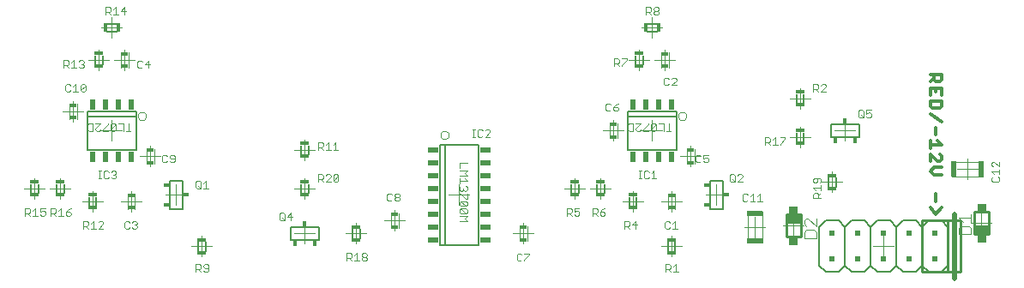
<source format=gto>
G75*
%MOIN*%
%OFA0B0*%
%FSLAX25Y25*%
%IPPOS*%
%LPD*%
%AMOC8*
5,1,8,0,0,1.08239X$1,22.5*
%
%ADD10C,0.01400*%
%ADD11C,0.00400*%
%ADD12C,0.01000*%
%ADD13C,0.02000*%
%ADD14R,0.03150X0.01378*%
%ADD15C,0.00300*%
%ADD16C,0.00000*%
%ADD17R,0.06299X0.01969*%
%ADD18R,0.01969X0.06299*%
%ADD19C,0.00800*%
%ADD20R,0.01929X0.04331*%
%ADD21R,0.04331X0.01930*%
%ADD22C,0.00600*%
%ADD23R,0.02000X0.02000*%
%ADD24C,0.00500*%
%ADD25R,0.02300X0.01800*%
%ADD26R,0.01800X0.02300*%
%ADD27R,0.03400X0.01600*%
%ADD28R,0.01600X0.03400*%
%ADD29R,0.03346X0.02953*%
%ADD30R,0.05315X0.03543*%
D10*
X0366302Y0052055D02*
X0364200Y0054858D01*
X0366302Y0057212D02*
X0366302Y0060014D01*
X0368404Y0054858D02*
X0366302Y0052055D01*
X0365601Y0067525D02*
X0368404Y0067525D01*
X0365601Y0067525D02*
X0364200Y0068926D01*
X0365601Y0070327D01*
X0368404Y0070327D01*
X0367703Y0072681D02*
X0368404Y0073382D01*
X0368404Y0074783D01*
X0367703Y0075483D01*
X0367002Y0072681D02*
X0364200Y0075483D01*
X0364200Y0072681D01*
X0367002Y0072681D02*
X0367703Y0072681D01*
X0364200Y0077837D02*
X0364200Y0080640D01*
X0364200Y0079239D02*
X0368404Y0079239D01*
X0367002Y0080640D01*
X0366302Y0082994D02*
X0366302Y0085796D01*
X0368404Y0088150D02*
X0364200Y0090953D01*
X0364901Y0093307D02*
X0367703Y0093307D01*
X0368404Y0094007D01*
X0368404Y0096109D01*
X0364200Y0096109D01*
X0364200Y0094007D01*
X0364901Y0093307D01*
X0364200Y0098463D02*
X0364200Y0101265D01*
X0368404Y0101265D01*
X0368404Y0098463D01*
X0366302Y0099864D02*
X0366302Y0101265D01*
X0366302Y0103619D02*
X0365601Y0104320D01*
X0365601Y0106422D01*
X0364200Y0106422D02*
X0368404Y0106422D01*
X0368404Y0104320D01*
X0367703Y0103619D01*
X0366302Y0103619D01*
X0365601Y0105021D02*
X0364200Y0103619D01*
D11*
X0372496Y0072574D02*
X0384504Y0072574D01*
X0384504Y0066669D02*
X0372496Y0066669D01*
X0379863Y0052164D02*
X0379863Y0049095D01*
X0379863Y0050630D02*
X0375259Y0050630D01*
X0376794Y0049095D01*
X0376026Y0047560D02*
X0375259Y0046793D01*
X0375259Y0044491D01*
X0379863Y0044491D01*
X0379863Y0046793D01*
X0379096Y0047560D01*
X0376026Y0047560D01*
X0319737Y0047549D02*
X0316668Y0050618D01*
X0315900Y0050618D01*
X0315133Y0049850D01*
X0315133Y0048316D01*
X0315900Y0047549D01*
X0319737Y0047549D02*
X0319737Y0050618D01*
X0318970Y0046014D02*
X0315900Y0046014D01*
X0315133Y0045247D01*
X0315133Y0042945D01*
X0319737Y0042945D01*
X0319737Y0045247D01*
X0318970Y0046014D01*
X0298953Y0041118D02*
X0298953Y0053126D01*
X0293047Y0053126D02*
X0293047Y0041118D01*
X0264878Y0054267D02*
X0264878Y0059976D01*
X0262122Y0059976D02*
X0262122Y0054267D01*
X0269622Y0071767D02*
X0269622Y0077476D01*
X0272378Y0077476D02*
X0272378Y0071767D01*
X0242378Y0081767D02*
X0242378Y0087476D01*
X0239622Y0087476D02*
X0239622Y0081767D01*
X0266200Y0089620D02*
X0266200Y0091154D01*
X0266967Y0091922D01*
X0268502Y0091922D01*
X0269269Y0091154D01*
X0269269Y0089620D01*
X0268502Y0088852D01*
X0266967Y0088852D01*
X0266200Y0089620D01*
X0262378Y0109267D02*
X0262378Y0114976D01*
X0259622Y0114976D02*
X0259622Y0109267D01*
X0176769Y0083654D02*
X0176769Y0082120D01*
X0176002Y0081352D01*
X0174467Y0081352D01*
X0173700Y0082120D01*
X0173700Y0083654D01*
X0174467Y0084422D01*
X0176002Y0084422D01*
X0176769Y0083654D01*
X0157378Y0052476D02*
X0157378Y0046767D01*
X0154622Y0046767D02*
X0154622Y0052476D01*
X0204622Y0047476D02*
X0204622Y0041767D01*
X0207378Y0041767D02*
X0207378Y0047476D01*
X0062378Y0071767D02*
X0062378Y0077476D01*
X0059622Y0077476D02*
X0059622Y0071767D01*
X0054878Y0059976D02*
X0054878Y0054267D01*
X0052122Y0054267D02*
X0052122Y0059976D01*
X0056967Y0088852D02*
X0058502Y0088852D01*
X0059269Y0089620D01*
X0059269Y0091154D01*
X0058502Y0091922D01*
X0056967Y0091922D01*
X0056200Y0091154D01*
X0056200Y0089620D01*
X0056967Y0088852D01*
X0032378Y0089267D02*
X0032378Y0094976D01*
X0029622Y0094976D02*
X0029622Y0089267D01*
X0049622Y0109267D02*
X0049622Y0114976D01*
X0052378Y0114976D02*
X0052378Y0109267D01*
D12*
X0308244Y0051952D02*
X0308244Y0043291D01*
X0313756Y0043291D01*
X0313756Y0051952D01*
X0308244Y0051952D01*
X0361000Y0049622D02*
X0361000Y0029622D01*
X0371000Y0029622D01*
X0376000Y0029622D01*
X0376000Y0049622D01*
X0371000Y0049622D01*
X0361000Y0049622D01*
X0371000Y0049622D02*
X0371000Y0029622D01*
X0381244Y0044291D02*
X0386756Y0044291D01*
X0386756Y0052952D01*
X0381244Y0052952D01*
X0381244Y0044291D01*
D13*
X0373500Y0052122D02*
X0373500Y0027122D01*
D14*
X0263500Y0054661D03*
X0263500Y0059582D03*
X0271000Y0072161D03*
X0271000Y0077082D03*
X0241000Y0082161D03*
X0241000Y0087082D03*
X0261000Y0109661D03*
X0261000Y0114582D03*
X0156000Y0052082D03*
X0156000Y0047161D03*
X0206000Y0047082D03*
X0206000Y0042161D03*
X0061000Y0072161D03*
X0061000Y0077082D03*
X0031000Y0089661D03*
X0031000Y0094582D03*
X0051000Y0109661D03*
X0051000Y0114582D03*
X0053500Y0059582D03*
X0053500Y0054661D03*
D15*
X0078650Y0032674D02*
X0078650Y0029772D01*
X0078650Y0030739D02*
X0080101Y0030739D01*
X0080585Y0031223D01*
X0080585Y0032190D01*
X0080101Y0032674D01*
X0078650Y0032674D01*
X0079617Y0030739D02*
X0080585Y0029772D01*
X0081597Y0030255D02*
X0082080Y0029772D01*
X0083048Y0029772D01*
X0083531Y0030255D01*
X0083531Y0032190D01*
X0083048Y0032674D01*
X0082080Y0032674D01*
X0081597Y0032190D01*
X0081597Y0031707D01*
X0082080Y0031223D01*
X0083531Y0031223D01*
X0055788Y0046996D02*
X0055304Y0046513D01*
X0054337Y0046513D01*
X0053853Y0046996D01*
X0052842Y0046996D02*
X0052358Y0046513D01*
X0051390Y0046513D01*
X0050907Y0046996D01*
X0050907Y0048931D01*
X0051390Y0049415D01*
X0052358Y0049415D01*
X0052842Y0048931D01*
X0053853Y0048931D02*
X0054337Y0049415D01*
X0055304Y0049415D01*
X0055788Y0048931D01*
X0055788Y0048448D01*
X0055304Y0047964D01*
X0055788Y0047480D01*
X0055788Y0046996D01*
X0055304Y0047964D02*
X0054821Y0047964D01*
X0042638Y0048507D02*
X0040703Y0046572D01*
X0042638Y0046572D01*
X0042638Y0048507D02*
X0042638Y0048990D01*
X0042155Y0049474D01*
X0041187Y0049474D01*
X0040703Y0048990D01*
X0038724Y0049474D02*
X0037757Y0048507D01*
X0036745Y0048990D02*
X0036745Y0048023D01*
X0036262Y0047539D01*
X0034810Y0047539D01*
X0034810Y0046572D02*
X0034810Y0049474D01*
X0036262Y0049474D01*
X0036745Y0048990D01*
X0035778Y0047539D02*
X0036745Y0046572D01*
X0037757Y0046572D02*
X0039692Y0046572D01*
X0038724Y0046572D02*
X0038724Y0049474D01*
X0030138Y0052055D02*
X0030138Y0052539D01*
X0029655Y0053023D01*
X0028203Y0053023D01*
X0028203Y0052055D01*
X0028687Y0051572D01*
X0029655Y0051572D01*
X0030138Y0052055D01*
X0029171Y0053990D02*
X0028203Y0053023D01*
X0029171Y0053990D02*
X0030138Y0054474D01*
X0026224Y0054474D02*
X0026224Y0051572D01*
X0025257Y0051572D02*
X0027192Y0051572D01*
X0024245Y0051572D02*
X0023278Y0052539D01*
X0023762Y0052539D02*
X0022310Y0052539D01*
X0022310Y0051572D02*
X0022310Y0054474D01*
X0023762Y0054474D01*
X0024245Y0053990D01*
X0024245Y0053023D01*
X0023762Y0052539D01*
X0025257Y0053507D02*
X0026224Y0054474D01*
X0020138Y0054474D02*
X0018203Y0054474D01*
X0018203Y0053023D01*
X0019171Y0053507D01*
X0019655Y0053507D01*
X0020138Y0053023D01*
X0020138Y0052055D01*
X0019655Y0051572D01*
X0018687Y0051572D01*
X0018203Y0052055D01*
X0017192Y0051572D02*
X0015257Y0051572D01*
X0016224Y0051572D02*
X0016224Y0054474D01*
X0015257Y0053507D01*
X0014245Y0053990D02*
X0014245Y0053023D01*
X0013762Y0052539D01*
X0012310Y0052539D01*
X0012310Y0051572D02*
X0012310Y0054474D01*
X0013762Y0054474D01*
X0014245Y0053990D01*
X0013278Y0052539D02*
X0014245Y0051572D01*
X0040793Y0066072D02*
X0041760Y0066072D01*
X0041276Y0066072D02*
X0041276Y0068974D01*
X0040793Y0068974D02*
X0041760Y0068974D01*
X0042757Y0068490D02*
X0042757Y0066555D01*
X0043241Y0066072D01*
X0044208Y0066072D01*
X0044692Y0066555D01*
X0045703Y0066555D02*
X0046187Y0066072D01*
X0047155Y0066072D01*
X0047638Y0066555D01*
X0047638Y0067039D01*
X0047155Y0067523D01*
X0046671Y0067523D01*
X0047155Y0067523D02*
X0047638Y0068007D01*
X0047638Y0068490D01*
X0047155Y0068974D01*
X0046187Y0068974D01*
X0045703Y0068490D01*
X0044692Y0068490D02*
X0044208Y0068974D01*
X0043241Y0068974D01*
X0042757Y0068490D01*
X0065500Y0072815D02*
X0065984Y0072331D01*
X0066952Y0072331D01*
X0067435Y0072815D01*
X0068447Y0072815D02*
X0068931Y0072331D01*
X0069898Y0072331D01*
X0070382Y0072815D01*
X0070382Y0074750D01*
X0069898Y0075233D01*
X0068931Y0075233D01*
X0068447Y0074750D01*
X0068447Y0074266D01*
X0068931Y0073782D01*
X0070382Y0073782D01*
X0067435Y0074750D02*
X0066952Y0075233D01*
X0065984Y0075233D01*
X0065500Y0074750D01*
X0065500Y0072815D01*
X0078650Y0064690D02*
X0079134Y0065174D01*
X0080101Y0065174D01*
X0080585Y0064690D01*
X0080585Y0062755D01*
X0080101Y0062272D01*
X0079134Y0062272D01*
X0078650Y0062755D01*
X0078650Y0064690D01*
X0079617Y0063239D02*
X0080585Y0062272D01*
X0081597Y0062272D02*
X0083531Y0062272D01*
X0082564Y0062272D02*
X0082564Y0065174D01*
X0081597Y0064207D01*
X0111150Y0052190D02*
X0111634Y0052674D01*
X0112601Y0052674D01*
X0113085Y0052190D01*
X0113085Y0050255D01*
X0112601Y0049772D01*
X0111634Y0049772D01*
X0111150Y0050255D01*
X0111150Y0052190D01*
X0112117Y0050739D02*
X0113085Y0049772D01*
X0114097Y0051223D02*
X0116031Y0051223D01*
X0115548Y0049772D02*
X0115548Y0052674D01*
X0114097Y0051223D01*
X0126150Y0064772D02*
X0126150Y0067674D01*
X0127601Y0067674D01*
X0128085Y0067190D01*
X0128085Y0066223D01*
X0127601Y0065739D01*
X0126150Y0065739D01*
X0127117Y0065739D02*
X0128085Y0064772D01*
X0129097Y0064772D02*
X0131031Y0066707D01*
X0131031Y0067190D01*
X0130548Y0067674D01*
X0129580Y0067674D01*
X0129097Y0067190D01*
X0129097Y0064772D02*
X0131031Y0064772D01*
X0132043Y0065255D02*
X0133978Y0067190D01*
X0133978Y0065255D01*
X0133494Y0064772D01*
X0132527Y0064772D01*
X0132043Y0065255D01*
X0132043Y0067190D01*
X0132527Y0067674D01*
X0133494Y0067674D01*
X0133978Y0067190D01*
X0153000Y0059750D02*
X0153000Y0057815D01*
X0153484Y0057331D01*
X0154452Y0057331D01*
X0154935Y0057815D01*
X0155947Y0057815D02*
X0156431Y0057331D01*
X0157398Y0057331D01*
X0157882Y0057815D01*
X0157882Y0058298D01*
X0157398Y0058782D01*
X0156431Y0058782D01*
X0155947Y0059266D01*
X0155947Y0059750D01*
X0156431Y0060233D01*
X0157398Y0060233D01*
X0157882Y0059750D01*
X0157882Y0059266D01*
X0157398Y0058782D01*
X0156431Y0058782D02*
X0155947Y0058298D01*
X0155947Y0057815D01*
X0154935Y0059750D02*
X0154452Y0060233D01*
X0153484Y0060233D01*
X0153000Y0059750D01*
X0181150Y0060186D02*
X0181634Y0060186D01*
X0183569Y0058251D01*
X0184052Y0058251D01*
X0184052Y0060186D01*
X0183569Y0061197D02*
X0183085Y0061197D01*
X0182601Y0061681D01*
X0182117Y0061197D01*
X0181634Y0061197D01*
X0181150Y0061681D01*
X0181150Y0062648D01*
X0181634Y0063132D01*
X0181150Y0064144D02*
X0181150Y0066079D01*
X0181150Y0065111D02*
X0184052Y0065111D01*
X0183085Y0066079D01*
X0184052Y0067090D02*
X0181150Y0067090D01*
X0181150Y0069025D02*
X0184052Y0069025D01*
X0183085Y0068058D01*
X0184052Y0067090D01*
X0181150Y0070037D02*
X0181150Y0071972D01*
X0184052Y0071972D01*
X0183569Y0063132D02*
X0184052Y0062648D01*
X0184052Y0061681D01*
X0183569Y0061197D01*
X0182601Y0061681D02*
X0182601Y0062165D01*
X0181634Y0057239D02*
X0183569Y0055304D01*
X0181634Y0055304D01*
X0181150Y0055788D01*
X0181150Y0056755D01*
X0181634Y0057239D01*
X0183569Y0057239D01*
X0184052Y0056755D01*
X0184052Y0055788D01*
X0183569Y0055304D01*
X0183569Y0054293D02*
X0181634Y0054293D01*
X0183569Y0052358D01*
X0181634Y0052358D01*
X0181150Y0052841D01*
X0181150Y0053809D01*
X0181634Y0054293D01*
X0183569Y0054293D02*
X0184052Y0053809D01*
X0184052Y0052841D01*
X0183569Y0052358D01*
X0184052Y0051346D02*
X0181150Y0051346D01*
X0181150Y0049411D02*
X0184052Y0049411D01*
X0183085Y0050379D01*
X0184052Y0051346D01*
X0203407Y0036431D02*
X0203407Y0034496D01*
X0203890Y0034013D01*
X0204858Y0034013D01*
X0205342Y0034496D01*
X0206353Y0034496D02*
X0206353Y0034013D01*
X0206353Y0034496D02*
X0208288Y0036431D01*
X0208288Y0036915D01*
X0206353Y0036915D01*
X0205342Y0036431D02*
X0204858Y0036915D01*
X0203890Y0036915D01*
X0203407Y0036431D01*
X0222757Y0051572D02*
X0222757Y0054474D01*
X0224208Y0054474D01*
X0224692Y0053990D01*
X0224692Y0053023D01*
X0224208Y0052539D01*
X0222757Y0052539D01*
X0223724Y0052539D02*
X0224692Y0051572D01*
X0225703Y0052055D02*
X0226187Y0051572D01*
X0227155Y0051572D01*
X0227638Y0052055D01*
X0227638Y0053023D01*
X0227155Y0053507D01*
X0226671Y0053507D01*
X0225703Y0053023D01*
X0225703Y0054474D01*
X0227638Y0054474D01*
X0232757Y0054474D02*
X0234208Y0054474D01*
X0234692Y0053990D01*
X0234692Y0053023D01*
X0234208Y0052539D01*
X0232757Y0052539D01*
X0232757Y0051572D02*
X0232757Y0054474D01*
X0233724Y0052539D02*
X0234692Y0051572D01*
X0235703Y0052055D02*
X0236187Y0051572D01*
X0237155Y0051572D01*
X0237638Y0052055D01*
X0237638Y0052539D01*
X0237155Y0053023D01*
X0235703Y0053023D01*
X0235703Y0052055D01*
X0235703Y0053023D02*
X0236671Y0053990D01*
X0237638Y0054474D01*
X0245257Y0049474D02*
X0246708Y0049474D01*
X0247192Y0048990D01*
X0247192Y0048023D01*
X0246708Y0047539D01*
X0245257Y0047539D01*
X0245257Y0046572D02*
X0245257Y0049474D01*
X0246224Y0047539D02*
X0247192Y0046572D01*
X0248203Y0048023D02*
X0250138Y0048023D01*
X0249655Y0049474D02*
X0248203Y0048023D01*
X0249655Y0046572D02*
X0249655Y0049474D01*
X0260907Y0048931D02*
X0260907Y0046996D01*
X0261390Y0046513D01*
X0262358Y0046513D01*
X0262842Y0046996D01*
X0263853Y0046513D02*
X0265788Y0046513D01*
X0264821Y0046513D02*
X0264821Y0049415D01*
X0263853Y0048448D01*
X0262842Y0048931D02*
X0262358Y0049415D01*
X0261390Y0049415D01*
X0260907Y0048931D01*
X0291110Y0057725D02*
X0291110Y0059660D01*
X0291593Y0060144D01*
X0292561Y0060144D01*
X0293045Y0059660D01*
X0294056Y0059176D02*
X0295024Y0060144D01*
X0295024Y0057241D01*
X0295991Y0057241D02*
X0294056Y0057241D01*
X0293045Y0057725D02*
X0292561Y0057241D01*
X0291593Y0057241D01*
X0291110Y0057725D01*
X0297003Y0057241D02*
X0298938Y0057241D01*
X0297970Y0057241D02*
X0297970Y0060144D01*
X0297003Y0059176D01*
X0291031Y0064772D02*
X0289097Y0064772D01*
X0291031Y0066707D01*
X0291031Y0067190D01*
X0290548Y0067674D01*
X0289580Y0067674D01*
X0289097Y0067190D01*
X0288085Y0067190D02*
X0288085Y0065255D01*
X0287601Y0064772D01*
X0286634Y0064772D01*
X0286150Y0065255D01*
X0286150Y0067190D01*
X0286634Y0067674D01*
X0287601Y0067674D01*
X0288085Y0067190D01*
X0287117Y0065739D02*
X0288085Y0064772D01*
X0277882Y0072815D02*
X0277398Y0072331D01*
X0276431Y0072331D01*
X0275947Y0072815D01*
X0275947Y0073782D02*
X0276914Y0074266D01*
X0277398Y0074266D01*
X0277882Y0073782D01*
X0277882Y0072815D01*
X0275947Y0073782D02*
X0275947Y0075233D01*
X0277882Y0075233D01*
X0274935Y0074750D02*
X0274452Y0075233D01*
X0273484Y0075233D01*
X0273000Y0074750D01*
X0273000Y0072815D01*
X0273484Y0072331D01*
X0274452Y0072331D01*
X0274935Y0072815D01*
X0257638Y0066072D02*
X0255703Y0066072D01*
X0256671Y0066072D02*
X0256671Y0068974D01*
X0255703Y0068007D01*
X0254692Y0068490D02*
X0254208Y0068974D01*
X0253241Y0068974D01*
X0252757Y0068490D01*
X0252757Y0066555D01*
X0253241Y0066072D01*
X0254208Y0066072D01*
X0254692Y0066555D01*
X0251760Y0066072D02*
X0250793Y0066072D01*
X0251276Y0066072D02*
X0251276Y0068974D01*
X0250793Y0068974D02*
X0251760Y0068974D01*
X0251080Y0084569D02*
X0250113Y0084569D01*
X0249629Y0085053D01*
X0249629Y0085537D01*
X0251564Y0087472D01*
X0249629Y0087472D01*
X0248617Y0087472D02*
X0247166Y0087472D01*
X0246682Y0086988D01*
X0246682Y0085053D01*
X0247166Y0084569D01*
X0248617Y0084569D01*
X0248617Y0087472D01*
X0251080Y0084569D02*
X0251564Y0085053D01*
X0252575Y0085053D02*
X0254510Y0086988D01*
X0254510Y0087472D01*
X0255522Y0086988D02*
X0256006Y0087472D01*
X0256973Y0087472D01*
X0257457Y0086988D01*
X0255522Y0085053D01*
X0255522Y0086988D01*
X0257457Y0086988D02*
X0257457Y0085053D01*
X0256973Y0084569D01*
X0256006Y0084569D01*
X0255522Y0085053D01*
X0254510Y0084569D02*
X0252575Y0084569D01*
X0252575Y0085053D01*
X0258469Y0087472D02*
X0260403Y0087472D01*
X0260403Y0084569D01*
X0261415Y0084569D02*
X0263350Y0084569D01*
X0262383Y0084569D02*
X0262383Y0087472D01*
X0242882Y0092815D02*
X0242882Y0093298D01*
X0242398Y0093782D01*
X0240947Y0093782D01*
X0240947Y0092815D01*
X0241431Y0092331D01*
X0242398Y0092331D01*
X0242882Y0092815D01*
X0241914Y0094750D02*
X0240947Y0093782D01*
X0241914Y0094750D02*
X0242882Y0095233D01*
X0239935Y0094750D02*
X0239452Y0095233D01*
X0238484Y0095233D01*
X0238000Y0094750D01*
X0238000Y0092815D01*
X0238484Y0092331D01*
X0239452Y0092331D01*
X0239935Y0092815D01*
X0260500Y0102815D02*
X0260984Y0102331D01*
X0261952Y0102331D01*
X0262435Y0102815D01*
X0263447Y0102331D02*
X0265382Y0104266D01*
X0265382Y0104750D01*
X0264898Y0105233D01*
X0263931Y0105233D01*
X0263447Y0104750D01*
X0262435Y0104750D02*
X0261952Y0105233D01*
X0260984Y0105233D01*
X0260500Y0104750D01*
X0260500Y0102815D01*
X0263447Y0102331D02*
X0265382Y0102331D01*
X0246031Y0112190D02*
X0244097Y0110255D01*
X0244097Y0109772D01*
X0243085Y0109772D02*
X0242117Y0110739D01*
X0242601Y0110739D02*
X0241150Y0110739D01*
X0241150Y0109772D02*
X0241150Y0112674D01*
X0242601Y0112674D01*
X0243085Y0112190D01*
X0243085Y0111223D01*
X0242601Y0110739D01*
X0246031Y0112190D02*
X0246031Y0112674D01*
X0244097Y0112674D01*
X0253650Y0129772D02*
X0253650Y0132674D01*
X0255101Y0132674D01*
X0255585Y0132190D01*
X0255585Y0131223D01*
X0255101Y0130739D01*
X0253650Y0130739D01*
X0254617Y0130739D02*
X0255585Y0129772D01*
X0256597Y0130255D02*
X0256597Y0130739D01*
X0257080Y0131223D01*
X0258048Y0131223D01*
X0258531Y0130739D01*
X0258531Y0130255D01*
X0258048Y0129772D01*
X0257080Y0129772D01*
X0256597Y0130255D01*
X0257080Y0131223D02*
X0256597Y0131707D01*
X0256597Y0132190D01*
X0257080Y0132674D01*
X0258048Y0132674D01*
X0258531Y0132190D01*
X0258531Y0131707D01*
X0258048Y0131223D01*
X0318650Y0102674D02*
X0320101Y0102674D01*
X0320585Y0102190D01*
X0320585Y0101223D01*
X0320101Y0100739D01*
X0318650Y0100739D01*
X0318650Y0099772D02*
X0318650Y0102674D01*
X0321597Y0102190D02*
X0322080Y0102674D01*
X0323048Y0102674D01*
X0323531Y0102190D01*
X0323531Y0101707D01*
X0321597Y0099772D01*
X0323531Y0099772D01*
X0320585Y0099772D02*
X0319617Y0100739D01*
X0336150Y0092190D02*
X0336634Y0092674D01*
X0337601Y0092674D01*
X0338085Y0092190D01*
X0338085Y0090255D01*
X0337601Y0089772D01*
X0336634Y0089772D01*
X0336150Y0090255D01*
X0336150Y0092190D01*
X0337117Y0090739D02*
X0338085Y0089772D01*
X0339097Y0090255D02*
X0339580Y0089772D01*
X0340548Y0089772D01*
X0341031Y0090255D01*
X0341031Y0091223D01*
X0340548Y0091707D01*
X0340064Y0091707D01*
X0339097Y0091223D01*
X0339097Y0092674D01*
X0341031Y0092674D01*
X0307638Y0081974D02*
X0307638Y0081490D01*
X0305703Y0079555D01*
X0305703Y0079072D01*
X0304692Y0079072D02*
X0302757Y0079072D01*
X0303724Y0079072D02*
X0303724Y0081974D01*
X0302757Y0081007D01*
X0301745Y0081490D02*
X0301745Y0080523D01*
X0301262Y0080039D01*
X0299810Y0080039D01*
X0299810Y0079072D02*
X0299810Y0081974D01*
X0301262Y0081974D01*
X0301745Y0081490D01*
X0300778Y0080039D02*
X0301745Y0079072D01*
X0305703Y0081974D02*
X0307638Y0081974D01*
X0319131Y0066260D02*
X0318648Y0065776D01*
X0318648Y0064809D01*
X0319131Y0064325D01*
X0319615Y0064325D01*
X0320099Y0064809D01*
X0320099Y0066260D01*
X0321066Y0066260D02*
X0319131Y0066260D01*
X0321066Y0066260D02*
X0321550Y0065776D01*
X0321550Y0064809D01*
X0321066Y0064325D01*
X0321550Y0063314D02*
X0321550Y0061379D01*
X0321550Y0062346D02*
X0318648Y0062346D01*
X0319615Y0061379D01*
X0319131Y0060367D02*
X0320099Y0060367D01*
X0320583Y0059883D01*
X0320583Y0058432D01*
X0321550Y0058432D02*
X0318648Y0058432D01*
X0318648Y0059883D01*
X0319131Y0060367D01*
X0320583Y0059400D02*
X0321550Y0060367D01*
X0387978Y0065215D02*
X0388462Y0064731D01*
X0390397Y0064731D01*
X0390881Y0065215D01*
X0390881Y0066183D01*
X0390397Y0066666D01*
X0390881Y0067678D02*
X0390881Y0069613D01*
X0390881Y0068645D02*
X0387978Y0068645D01*
X0388946Y0067678D01*
X0388462Y0066666D02*
X0387978Y0066183D01*
X0387978Y0065215D01*
X0388462Y0070624D02*
X0387978Y0071108D01*
X0387978Y0072076D01*
X0388462Y0072559D01*
X0388946Y0072559D01*
X0390881Y0070624D01*
X0390881Y0072559D01*
X0266031Y0029772D02*
X0264097Y0029772D01*
X0265064Y0029772D02*
X0265064Y0032674D01*
X0264097Y0031707D01*
X0263085Y0032190D02*
X0263085Y0031223D01*
X0262601Y0030739D01*
X0261150Y0030739D01*
X0261150Y0029772D02*
X0261150Y0032674D01*
X0262601Y0032674D01*
X0263085Y0032190D01*
X0262117Y0030739D02*
X0263085Y0029772D01*
X0145138Y0034555D02*
X0144655Y0034072D01*
X0143687Y0034072D01*
X0143203Y0034555D01*
X0143203Y0035039D01*
X0143687Y0035523D01*
X0144655Y0035523D01*
X0145138Y0035039D01*
X0145138Y0034555D01*
X0144655Y0035523D02*
X0145138Y0036007D01*
X0145138Y0036490D01*
X0144655Y0036974D01*
X0143687Y0036974D01*
X0143203Y0036490D01*
X0143203Y0036007D01*
X0143687Y0035523D01*
X0142192Y0034072D02*
X0140257Y0034072D01*
X0141224Y0034072D02*
X0141224Y0036974D01*
X0140257Y0036007D01*
X0139245Y0036490D02*
X0139245Y0035523D01*
X0138762Y0035039D01*
X0137310Y0035039D01*
X0137310Y0034072D02*
X0137310Y0036974D01*
X0138762Y0036974D01*
X0139245Y0036490D01*
X0138278Y0035039D02*
X0139245Y0034072D01*
X0133978Y0077272D02*
X0132043Y0077272D01*
X0133011Y0077272D02*
X0133011Y0080174D01*
X0132043Y0079207D01*
X0130064Y0080174D02*
X0130064Y0077272D01*
X0129097Y0077272D02*
X0131031Y0077272D01*
X0128085Y0077272D02*
X0127117Y0078239D01*
X0127601Y0078239D02*
X0126150Y0078239D01*
X0126150Y0077272D02*
X0126150Y0080174D01*
X0127601Y0080174D01*
X0128085Y0079690D01*
X0128085Y0078723D01*
X0127601Y0078239D01*
X0129097Y0079207D02*
X0130064Y0080174D01*
X0186150Y0082272D02*
X0187117Y0082272D01*
X0186634Y0082272D02*
X0186634Y0085174D01*
X0187117Y0085174D02*
X0186150Y0085174D01*
X0188114Y0084690D02*
X0188114Y0082755D01*
X0188598Y0082272D01*
X0189566Y0082272D01*
X0190049Y0082755D01*
X0191061Y0082272D02*
X0192996Y0084207D01*
X0192996Y0084690D01*
X0192512Y0085174D01*
X0191545Y0085174D01*
X0191061Y0084690D01*
X0190049Y0084690D02*
X0189566Y0085174D01*
X0188598Y0085174D01*
X0188114Y0084690D01*
X0191061Y0082272D02*
X0192996Y0082272D01*
X0060788Y0110464D02*
X0058853Y0110464D01*
X0060304Y0111915D01*
X0060304Y0109013D01*
X0057842Y0109496D02*
X0057358Y0109013D01*
X0056390Y0109013D01*
X0055907Y0109496D01*
X0055907Y0111431D01*
X0056390Y0111915D01*
X0057358Y0111915D01*
X0057842Y0111431D01*
X0035138Y0111490D02*
X0035138Y0111007D01*
X0034655Y0110523D01*
X0035138Y0110039D01*
X0035138Y0109555D01*
X0034655Y0109072D01*
X0033687Y0109072D01*
X0033203Y0109555D01*
X0032192Y0109072D02*
X0030257Y0109072D01*
X0031224Y0109072D02*
X0031224Y0111974D01*
X0030257Y0111007D01*
X0029245Y0111490D02*
X0029245Y0110523D01*
X0028762Y0110039D01*
X0027310Y0110039D01*
X0027310Y0109072D02*
X0027310Y0111974D01*
X0028762Y0111974D01*
X0029245Y0111490D01*
X0028278Y0110039D02*
X0029245Y0109072D01*
X0034171Y0110523D02*
X0034655Y0110523D01*
X0035138Y0111490D02*
X0034655Y0111974D01*
X0033687Y0111974D01*
X0033203Y0111490D01*
X0034377Y0102733D02*
X0035345Y0102733D01*
X0035828Y0102250D01*
X0033893Y0100315D01*
X0034377Y0099831D01*
X0035345Y0099831D01*
X0035828Y0100315D01*
X0035828Y0102250D01*
X0034377Y0102733D02*
X0033893Y0102250D01*
X0033893Y0100315D01*
X0032882Y0099831D02*
X0030947Y0099831D01*
X0031914Y0099831D02*
X0031914Y0102733D01*
X0030947Y0101766D01*
X0029935Y0102250D02*
X0029452Y0102733D01*
X0028484Y0102733D01*
X0028000Y0102250D01*
X0028000Y0100315D01*
X0028484Y0099831D01*
X0029452Y0099831D01*
X0029935Y0100315D01*
X0037166Y0087472D02*
X0036682Y0086988D01*
X0036682Y0085053D01*
X0037166Y0084569D01*
X0038617Y0084569D01*
X0038617Y0087472D01*
X0037166Y0087472D01*
X0039629Y0087472D02*
X0041564Y0087472D01*
X0039629Y0085537D01*
X0039629Y0085053D01*
X0040113Y0084569D01*
X0041080Y0084569D01*
X0041564Y0085053D01*
X0042575Y0085053D02*
X0044510Y0086988D01*
X0044510Y0087472D01*
X0045522Y0086988D02*
X0046006Y0087472D01*
X0046973Y0087472D01*
X0047457Y0086988D01*
X0045522Y0085053D01*
X0045522Y0086988D01*
X0047457Y0086988D02*
X0047457Y0085053D01*
X0046973Y0084569D01*
X0046006Y0084569D01*
X0045522Y0085053D01*
X0044510Y0084569D02*
X0042575Y0084569D01*
X0042575Y0085053D01*
X0048469Y0087472D02*
X0050403Y0087472D01*
X0050403Y0084569D01*
X0051415Y0084569D02*
X0053350Y0084569D01*
X0052383Y0084569D02*
X0052383Y0087472D01*
X0050994Y0129772D02*
X0050994Y0132674D01*
X0049543Y0131223D01*
X0051478Y0131223D01*
X0048531Y0129772D02*
X0046597Y0129772D01*
X0047564Y0129772D02*
X0047564Y0132674D01*
X0046597Y0131707D01*
X0045585Y0132190D02*
X0045585Y0131223D01*
X0045101Y0130739D01*
X0043650Y0130739D01*
X0043650Y0129772D02*
X0043650Y0132674D01*
X0045101Y0132674D01*
X0045585Y0132190D01*
X0044617Y0130739D02*
X0045585Y0129772D01*
D16*
X0046000Y0128622D02*
X0046000Y0120622D01*
X0042000Y0124622D02*
X0050000Y0124622D01*
X0051000Y0116122D02*
X0051000Y0108122D01*
X0047000Y0112122D02*
X0055000Y0112122D01*
X0045000Y0112122D02*
X0037000Y0112122D01*
X0041000Y0108122D02*
X0041000Y0116122D01*
X0031000Y0096122D02*
X0031000Y0088122D01*
X0027000Y0092122D02*
X0035000Y0092122D01*
X0046000Y0088622D02*
X0046000Y0080622D01*
X0042000Y0084622D02*
X0050000Y0084622D01*
X0061000Y0078622D02*
X0061000Y0070622D01*
X0057000Y0074622D02*
X0065000Y0074622D01*
X0071000Y0063622D02*
X0071000Y0055622D01*
X0067000Y0059622D02*
X0075000Y0059622D01*
X0057500Y0057122D02*
X0049500Y0057122D01*
X0042500Y0057122D02*
X0034500Y0057122D01*
X0026000Y0058122D02*
X0026000Y0066122D01*
X0022000Y0062122D02*
X0030000Y0062122D01*
X0038500Y0061122D02*
X0038500Y0053122D01*
X0053500Y0053122D02*
X0053500Y0061122D01*
X0020000Y0062122D02*
X0012000Y0062122D01*
X0016000Y0058122D02*
X0016000Y0066122D01*
X0081000Y0043622D02*
X0081000Y0035622D01*
X0077000Y0039622D02*
X0085000Y0039622D01*
X0117000Y0044622D02*
X0125000Y0044622D01*
X0121000Y0040622D02*
X0121000Y0048622D01*
X0137000Y0044622D02*
X0145000Y0044622D01*
X0141000Y0040622D02*
X0141000Y0048622D01*
X0152000Y0049622D02*
X0160000Y0049622D01*
X0156000Y0045622D02*
X0156000Y0053622D01*
X0177000Y0059622D02*
X0185000Y0059622D01*
X0181000Y0055622D02*
X0181000Y0063622D01*
X0222000Y0062122D02*
X0230000Y0062122D01*
X0232000Y0062122D02*
X0240000Y0062122D01*
X0236000Y0058122D02*
X0236000Y0066122D01*
X0226000Y0066122D02*
X0226000Y0058122D01*
X0244500Y0057122D02*
X0252500Y0057122D01*
X0259500Y0057122D02*
X0267500Y0057122D01*
X0277000Y0059622D02*
X0285000Y0059622D01*
X0281000Y0055622D02*
X0281000Y0063622D01*
X0263500Y0061122D02*
X0263500Y0053122D01*
X0248500Y0053122D02*
X0248500Y0061122D01*
X0271000Y0070622D02*
X0271000Y0078622D01*
X0267000Y0074622D02*
X0275000Y0074622D01*
X0256000Y0080622D02*
X0256000Y0088622D01*
X0252000Y0084622D02*
X0260000Y0084622D01*
X0245000Y0084622D02*
X0237000Y0084622D01*
X0241000Y0080622D02*
X0241000Y0088622D01*
X0251000Y0108122D02*
X0251000Y0116122D01*
X0261000Y0116122D02*
X0261000Y0108122D01*
X0257000Y0112122D02*
X0265000Y0112122D01*
X0255000Y0112122D02*
X0247000Y0112122D01*
X0256000Y0120622D02*
X0256000Y0128622D01*
X0252000Y0124622D02*
X0260000Y0124622D01*
X0313500Y0101122D02*
X0313500Y0093122D01*
X0309500Y0097122D02*
X0317500Y0097122D01*
X0331000Y0088622D02*
X0331000Y0080622D01*
X0327000Y0084622D02*
X0335000Y0084622D01*
X0317500Y0082122D02*
X0309500Y0082122D01*
X0313500Y0078122D02*
X0313500Y0086122D01*
X0326000Y0068622D02*
X0326000Y0060622D01*
X0322000Y0064622D02*
X0330000Y0064622D01*
X0311000Y0051622D02*
X0311000Y0043622D01*
X0307000Y0047622D02*
X0315000Y0047622D01*
X0300000Y0047122D02*
X0292000Y0047122D01*
X0296000Y0043122D02*
X0296000Y0051122D01*
X0267500Y0039622D02*
X0259500Y0039622D01*
X0263500Y0035622D02*
X0263500Y0043622D01*
X0210000Y0044622D02*
X0202000Y0044622D01*
X0206000Y0040622D02*
X0206000Y0048622D01*
X0125000Y0062122D02*
X0117000Y0062122D01*
X0121000Y0058122D02*
X0121000Y0066122D01*
X0121000Y0073122D02*
X0121000Y0081122D01*
X0117000Y0077122D02*
X0125000Y0077122D01*
X0342000Y0039622D02*
X0350000Y0039622D01*
X0346000Y0035622D02*
X0346000Y0043622D01*
X0380000Y0048622D02*
X0388000Y0048622D01*
X0384000Y0044622D02*
X0384000Y0052622D01*
X0378500Y0065622D02*
X0378500Y0073622D01*
X0374500Y0069622D02*
X0382500Y0069622D01*
D17*
X0296000Y0052437D03*
X0296000Y0041807D03*
D18*
X0373185Y0069622D03*
X0383815Y0069622D03*
D19*
X0265449Y0077141D02*
X0246551Y0077141D01*
X0246551Y0090134D01*
X0265449Y0090134D01*
X0265449Y0077141D01*
X0265449Y0090134D02*
X0265449Y0092102D01*
X0246551Y0092102D01*
X0246551Y0090134D01*
X0188480Y0079071D02*
X0188480Y0040173D01*
X0175488Y0040173D01*
X0173520Y0040173D01*
X0173520Y0079071D01*
X0175488Y0079071D01*
X0175488Y0040173D01*
X0175488Y0079071D02*
X0188480Y0079071D01*
X0055449Y0077141D02*
X0036551Y0077141D01*
X0036551Y0090134D01*
X0055449Y0090134D01*
X0055449Y0077141D01*
X0055449Y0090134D02*
X0055449Y0092102D01*
X0036551Y0092102D01*
X0036551Y0090134D01*
D20*
X0038500Y0094661D03*
X0043500Y0094661D03*
X0048500Y0094661D03*
X0053500Y0094661D03*
X0053500Y0074582D03*
X0048500Y0074582D03*
X0043500Y0074582D03*
X0038500Y0074582D03*
X0248500Y0074582D03*
X0253500Y0074582D03*
X0258500Y0074582D03*
X0263500Y0074582D03*
X0263500Y0094661D03*
X0258500Y0094661D03*
X0253500Y0094661D03*
X0248500Y0094661D03*
D21*
X0191040Y0077122D03*
X0191040Y0072122D03*
X0191040Y0067122D03*
X0191040Y0062122D03*
X0191040Y0057122D03*
X0191040Y0052122D03*
X0191040Y0047122D03*
X0191040Y0042122D03*
X0170960Y0042122D03*
X0170960Y0047122D03*
X0170960Y0052122D03*
X0170960Y0057122D03*
X0170960Y0062122D03*
X0170960Y0067122D03*
X0170960Y0072122D03*
X0170960Y0077122D03*
D22*
X0122402Y0075421D02*
X0122402Y0078823D01*
X0119598Y0078823D02*
X0119598Y0075421D01*
X0119598Y0063823D02*
X0119598Y0060421D01*
X0122402Y0060421D02*
X0122402Y0063823D01*
X0126600Y0047222D02*
X0115400Y0047222D01*
X0115400Y0042022D01*
X0126600Y0042022D01*
X0126600Y0047222D01*
X0139598Y0046323D02*
X0139598Y0042921D01*
X0142402Y0042921D02*
X0142402Y0046323D01*
X0082402Y0041323D02*
X0082402Y0037921D01*
X0079598Y0037921D02*
X0079598Y0041323D01*
X0039902Y0055421D02*
X0039902Y0058823D01*
X0037098Y0058823D02*
X0037098Y0055421D01*
X0027402Y0060421D02*
X0027402Y0063823D01*
X0024598Y0063823D02*
X0024598Y0060421D01*
X0017402Y0060421D02*
X0017402Y0063823D01*
X0014598Y0063823D02*
X0014598Y0060421D01*
X0039598Y0110421D02*
X0039598Y0113823D01*
X0042402Y0113823D02*
X0042402Y0110421D01*
X0044299Y0123220D02*
X0047701Y0123220D01*
X0047701Y0126023D02*
X0044299Y0126023D01*
X0224598Y0063823D02*
X0224598Y0060421D01*
X0227402Y0060421D02*
X0227402Y0063823D01*
X0234598Y0063823D02*
X0234598Y0060421D01*
X0237402Y0060421D02*
X0237402Y0063823D01*
X0247098Y0058823D02*
X0247098Y0055421D01*
X0249902Y0055421D02*
X0249902Y0058823D01*
X0262098Y0041323D02*
X0262098Y0037921D01*
X0264902Y0037921D02*
X0264902Y0041323D01*
X0321000Y0047122D02*
X0321000Y0032122D01*
X0323500Y0029622D01*
X0328500Y0029622D01*
X0331000Y0032122D01*
X0331000Y0047122D01*
X0333500Y0049622D01*
X0338500Y0049622D01*
X0341000Y0047122D01*
X0341000Y0032122D01*
X0343500Y0029622D01*
X0348500Y0029622D01*
X0351000Y0032122D01*
X0351000Y0047122D01*
X0353500Y0049622D01*
X0358500Y0049622D01*
X0361000Y0047122D01*
X0363500Y0049622D01*
X0368500Y0049622D01*
X0371000Y0047122D01*
X0371000Y0032122D01*
X0368500Y0029622D01*
X0363500Y0029622D01*
X0361000Y0032122D01*
X0361000Y0047122D01*
X0351000Y0047122D02*
X0348500Y0049622D01*
X0343500Y0049622D01*
X0341000Y0047122D01*
X0331000Y0047122D02*
X0328500Y0049622D01*
X0323500Y0049622D01*
X0321000Y0047122D01*
X0331000Y0032122D02*
X0333500Y0029622D01*
X0338500Y0029622D01*
X0341000Y0032122D01*
X0351000Y0032122D02*
X0353500Y0029622D01*
X0358500Y0029622D01*
X0361000Y0032122D01*
X0327402Y0062921D02*
X0327402Y0066323D01*
X0324598Y0066323D02*
X0324598Y0062921D01*
X0314902Y0080421D02*
X0314902Y0083823D01*
X0312098Y0083823D02*
X0312098Y0080421D01*
X0325400Y0082022D02*
X0325400Y0087222D01*
X0336600Y0087222D01*
X0336600Y0082022D01*
X0325400Y0082022D01*
X0314902Y0095421D02*
X0314902Y0098823D01*
X0312098Y0098823D02*
X0312098Y0095421D01*
X0252402Y0110421D02*
X0252402Y0113823D01*
X0249598Y0113823D02*
X0249598Y0110421D01*
X0254299Y0123220D02*
X0257701Y0123220D01*
X0257701Y0126023D02*
X0254299Y0126023D01*
D23*
X0326000Y0044622D03*
X0336000Y0044622D03*
X0346000Y0044622D03*
X0356000Y0044622D03*
X0366000Y0044622D03*
X0366000Y0034622D03*
X0356000Y0034622D03*
X0346000Y0034622D03*
X0336000Y0034622D03*
X0326000Y0034622D03*
D24*
X0283600Y0054022D02*
X0278400Y0054022D01*
X0278400Y0065222D01*
X0283600Y0065222D01*
X0283600Y0054022D01*
X0073600Y0054022D02*
X0073600Y0065222D01*
X0068400Y0065222D01*
X0068400Y0054022D01*
X0073600Y0054022D01*
D25*
X0067050Y0055922D03*
X0074950Y0059622D03*
X0067050Y0063322D03*
X0277050Y0063322D03*
X0284950Y0059622D03*
X0277050Y0055922D03*
D26*
X0327300Y0080672D03*
X0334700Y0080672D03*
X0331000Y0088572D03*
X0124700Y0040672D03*
X0117300Y0040672D03*
X0121000Y0048572D03*
D27*
X0141000Y0047122D03*
X0141000Y0042122D03*
X0121000Y0059622D03*
X0121000Y0064622D03*
X0121000Y0074622D03*
X0121000Y0079622D03*
X0038500Y0059622D03*
X0026000Y0059622D03*
X0016000Y0059622D03*
X0016000Y0064622D03*
X0026000Y0064622D03*
X0038500Y0054622D03*
X0081000Y0042122D03*
X0081000Y0037122D03*
X0226000Y0059622D03*
X0226000Y0064622D03*
X0236000Y0064622D03*
X0236000Y0059622D03*
X0248500Y0059622D03*
X0248500Y0054622D03*
X0263500Y0042122D03*
X0263500Y0037122D03*
X0326000Y0062122D03*
X0326000Y0067122D03*
X0313500Y0079622D03*
X0313500Y0084622D03*
X0313500Y0094622D03*
X0313500Y0099622D03*
X0251000Y0109622D03*
X0251000Y0114622D03*
X0041000Y0114622D03*
X0041000Y0109622D03*
D28*
X0043500Y0124622D03*
X0048500Y0124622D03*
X0253500Y0124622D03*
X0258500Y0124622D03*
D29*
X0384098Y0054823D03*
X0384098Y0042421D03*
X0310902Y0041421D03*
X0310902Y0053823D03*
D30*
X0311098Y0049984D03*
X0383902Y0046260D03*
M02*

</source>
